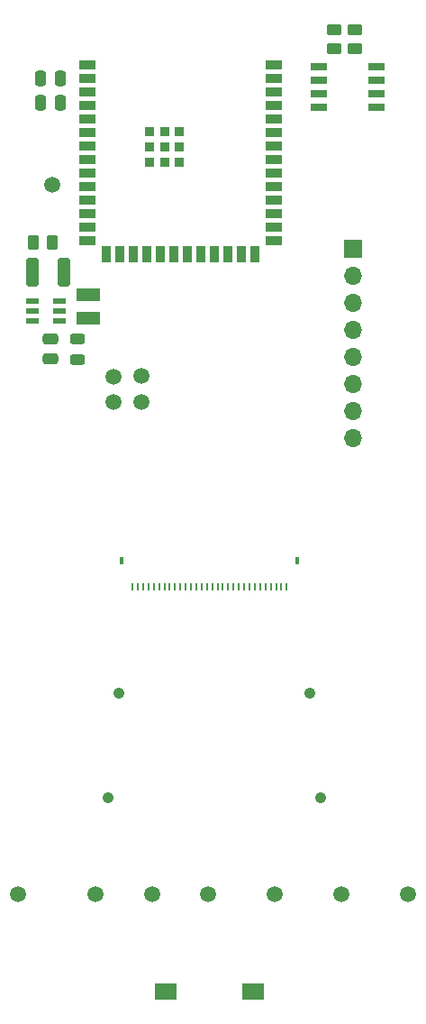
<source format=gts>
G04 #@! TF.GenerationSoftware,KiCad,Pcbnew,8.0.1*
G04 #@! TF.CreationDate,2024-04-14T23:13:04-04:00*
G04 #@! TF.ProjectId,Bird3Controller,42697264-3343-46f6-9e74-726f6c6c6572,rev?*
G04 #@! TF.SameCoordinates,Original*
G04 #@! TF.FileFunction,Soldermask,Top*
G04 #@! TF.FilePolarity,Negative*
%FSLAX46Y46*%
G04 Gerber Fmt 4.6, Leading zero omitted, Abs format (unit mm)*
G04 Created by KiCad (PCBNEW 8.0.1) date 2024-04-14 23:13:04*
%MOMM*%
%LPD*%
G01*
G04 APERTURE LIST*
G04 Aperture macros list*
%AMRoundRect*
0 Rectangle with rounded corners*
0 $1 Rounding radius*
0 $2 $3 $4 $5 $6 $7 $8 $9 X,Y pos of 4 corners*
0 Add a 4 corners polygon primitive as box body*
4,1,4,$2,$3,$4,$5,$6,$7,$8,$9,$2,$3,0*
0 Add four circle primitives for the rounded corners*
1,1,$1+$1,$2,$3*
1,1,$1+$1,$4,$5*
1,1,$1+$1,$6,$7*
1,1,$1+$1,$8,$9*
0 Add four rect primitives between the rounded corners*
20,1,$1+$1,$2,$3,$4,$5,0*
20,1,$1+$1,$4,$5,$6,$7,0*
20,1,$1+$1,$6,$7,$8,$9,0*
20,1,$1+$1,$8,$9,$2,$3,0*%
G04 Aperture macros list end*
%ADD10C,1.500000*%
%ADD11R,2.000000X1.500000*%
%ADD12R,1.250000X0.600000*%
%ADD13R,1.525000X0.650000*%
%ADD14R,1.700000X1.700000*%
%ADD15O,1.700000X1.700000*%
%ADD16RoundRect,0.250000X0.325000X1.100000X-0.325000X1.100000X-0.325000X-1.100000X0.325000X-1.100000X0*%
%ADD17RoundRect,0.243750X0.456250X-0.243750X0.456250X0.243750X-0.456250X0.243750X-0.456250X-0.243750X0*%
%ADD18RoundRect,0.250000X0.250000X0.475000X-0.250000X0.475000X-0.250000X-0.475000X0.250000X-0.475000X0*%
%ADD19R,2.200000X1.200000*%
%ADD20R,1.500000X0.900000*%
%ADD21R,0.900000X1.500000*%
%ADD22R,0.900000X0.900000*%
%ADD23RoundRect,0.250000X-0.450000X0.262500X-0.450000X-0.262500X0.450000X-0.262500X0.450000X0.262500X0*%
%ADD24RoundRect,0.250000X0.450000X-0.262500X0.450000X0.262500X-0.450000X0.262500X-0.450000X-0.262500X0*%
%ADD25RoundRect,0.250000X0.475000X-0.250000X0.475000X0.250000X-0.475000X0.250000X-0.475000X-0.250000X0*%
%ADD26R,0.250000X0.800000*%
%ADD27R,0.400000X0.800000*%
%ADD28RoundRect,0.250000X-0.262500X-0.450000X0.262500X-0.450000X0.262500X0.450000X-0.262500X0.450000X0*%
%ADD29C,1.050000*%
%ADD30C,1.041400*%
G04 APERTURE END LIST*
D10*
X200650000Y-130850000D03*
X194379165Y-130850000D03*
X188108332Y-130850000D03*
X181837499Y-130850000D03*
X167200000Y-64250000D03*
X171300000Y-130850000D03*
X176568749Y-130850000D03*
X164000000Y-130850000D03*
D11*
X177900000Y-140000000D03*
X186100000Y-140000000D03*
D12*
X165366315Y-75120144D03*
X165366315Y-76070144D03*
X165366315Y-77020144D03*
X167866315Y-77020144D03*
X167866315Y-76070144D03*
X167866315Y-75120144D03*
D13*
X192288000Y-53095000D03*
X192288000Y-54365000D03*
X192288000Y-55635000D03*
X192288000Y-56905000D03*
X197712000Y-56905000D03*
X197712000Y-55635000D03*
X197712000Y-54365000D03*
X197712000Y-53095000D03*
D14*
X195500000Y-70250000D03*
D15*
X195500000Y-72790000D03*
X195500000Y-75330000D03*
X195500000Y-77870000D03*
X195500000Y-80410000D03*
X195500000Y-82950000D03*
X195500000Y-85490000D03*
X195500000Y-88030000D03*
D16*
X168325000Y-72400000D03*
X165375000Y-72400000D03*
D10*
X175600000Y-84600000D03*
X175600000Y-82200000D03*
D17*
X169566315Y-80607644D03*
X169566315Y-78732644D03*
D18*
X168000000Y-56500000D03*
X166100000Y-56500000D03*
D19*
X170566315Y-74520144D03*
X170566315Y-76720144D03*
D20*
X170500000Y-52940000D03*
X170500000Y-54210000D03*
X170500000Y-55480000D03*
X170500000Y-56750000D03*
X170500000Y-58020000D03*
X170500000Y-59290000D03*
X170500000Y-60560000D03*
X170500000Y-61830000D03*
X170500000Y-63100000D03*
X170500000Y-64370000D03*
X170500000Y-65640000D03*
X170500000Y-66910000D03*
X170500000Y-68180000D03*
X170500000Y-69450000D03*
D21*
X172265000Y-70700000D03*
X173535000Y-70700000D03*
X174805000Y-70700000D03*
X176075000Y-70700000D03*
X177345000Y-70700000D03*
X178615000Y-70700000D03*
X179885000Y-70700000D03*
X181155000Y-70700000D03*
X182425000Y-70700000D03*
X183695000Y-70700000D03*
X184965000Y-70700000D03*
X186235000Y-70700000D03*
D20*
X188000000Y-69450000D03*
X188000000Y-68180000D03*
X188000000Y-66910000D03*
X188000000Y-65640000D03*
X188000000Y-64370000D03*
X188000000Y-63100000D03*
X188000000Y-61830000D03*
X188000000Y-60560000D03*
X188000000Y-59290000D03*
X188000000Y-58020000D03*
X188000000Y-56750000D03*
X188000000Y-55480000D03*
X188000000Y-54210000D03*
X188000000Y-52940000D03*
D22*
X176350000Y-59260000D03*
X176350000Y-60660000D03*
X176350000Y-62060000D03*
X176350000Y-62060000D03*
X177750000Y-59260000D03*
X177750000Y-59260000D03*
X177750000Y-60660000D03*
X177750000Y-62060000D03*
X179150000Y-59260000D03*
X179150000Y-60660000D03*
X179150000Y-62060000D03*
D23*
X195650000Y-49637500D03*
X195650000Y-51462500D03*
D18*
X168000000Y-54250000D03*
X166100000Y-54250000D03*
D24*
X193700000Y-51462500D03*
X193700000Y-49637500D03*
D25*
X167016315Y-80570144D03*
X167016315Y-78670144D03*
D26*
X189250000Y-102000000D03*
X188750000Y-102000000D03*
X188250000Y-102000000D03*
X187750000Y-102000000D03*
X187250000Y-102000000D03*
X186750000Y-102000000D03*
X186250000Y-102000000D03*
X185750000Y-102000000D03*
X185250000Y-102000000D03*
X184750000Y-102000000D03*
X184250000Y-102000000D03*
X183750000Y-102000000D03*
X183250000Y-102000000D03*
X182750000Y-102000000D03*
X182250000Y-102000000D03*
X181750000Y-102000000D03*
X181250000Y-102000000D03*
X180750000Y-102000000D03*
X180250000Y-102000000D03*
X179750000Y-102000000D03*
X179250000Y-102000000D03*
X178750000Y-102000000D03*
X178250000Y-102000000D03*
X177750000Y-102000000D03*
X177250000Y-102000000D03*
X176750000Y-102000000D03*
X176250000Y-102000000D03*
X175750000Y-102000000D03*
X175250000Y-102000000D03*
X174750000Y-102000000D03*
D27*
X190250000Y-99500000D03*
X173750000Y-99500000D03*
D28*
X165387500Y-69600000D03*
X167212500Y-69600000D03*
D10*
X172950000Y-84650000D03*
X172950000Y-82250000D03*
D29*
X173450000Y-111950000D03*
X191450000Y-111950000D03*
D30*
X172450000Y-121770000D03*
X192450000Y-121770000D03*
M02*

</source>
